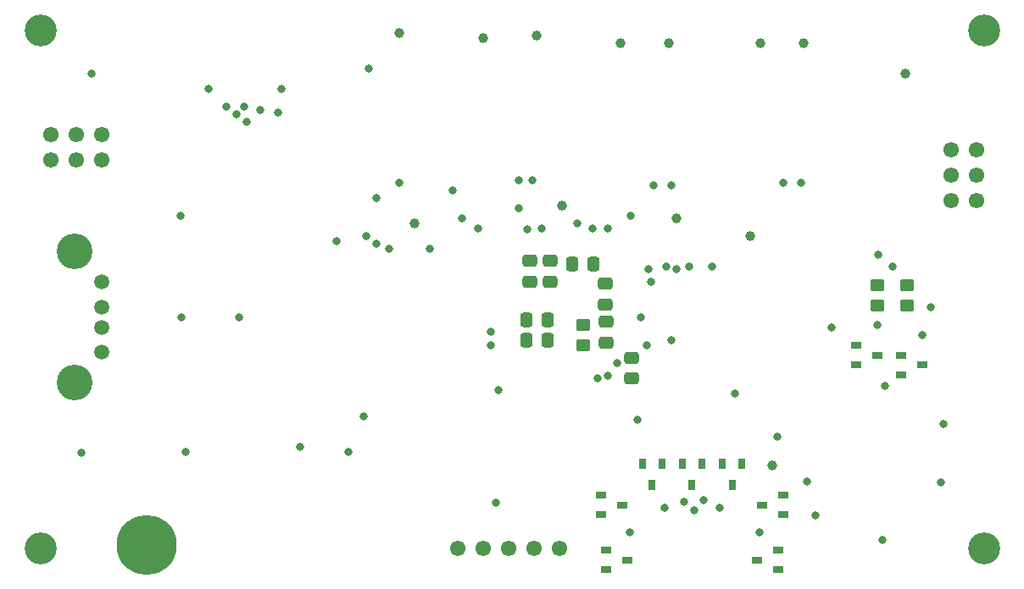
<source format=gbs>
G04 #@! TF.GenerationSoftware,KiCad,Pcbnew,8.0.8*
G04 #@! TF.CreationDate,2025-03-18T19:08:41-04:00*
G04 #@! TF.ProjectId,477,3437372e-6b69-4636-9164-5f7063625858,rev?*
G04 #@! TF.SameCoordinates,Original*
G04 #@! TF.FileFunction,Soldermask,Bot*
G04 #@! TF.FilePolarity,Negative*
%FSLAX46Y46*%
G04 Gerber Fmt 4.6, Leading zero omitted, Abs format (unit mm)*
G04 Created by KiCad (PCBNEW 8.0.8) date 2025-03-18 19:08:41*
%MOMM*%
%LPD*%
G01*
G04 APERTURE LIST*
G04 Aperture macros list*
%AMRoundRect*
0 Rectangle with rounded corners*
0 $1 Rounding radius*
0 $2 $3 $4 $5 $6 $7 $8 $9 X,Y pos of 4 corners*
0 Add a 4 corners polygon primitive as box body*
4,1,4,$2,$3,$4,$5,$6,$7,$8,$9,$2,$3,0*
0 Add four circle primitives for the rounded corners*
1,1,$1+$1,$2,$3*
1,1,$1+$1,$4,$5*
1,1,$1+$1,$6,$7*
1,1,$1+$1,$8,$9*
0 Add four rect primitives between the rounded corners*
20,1,$1+$1,$2,$3,$4,$5,0*
20,1,$1+$1,$4,$5,$6,$7,0*
20,1,$1+$1,$6,$7,$8,$9,0*
20,1,$1+$1,$8,$9,$2,$3,0*%
G04 Aperture macros list end*
%ADD10C,1.000000*%
%ADD11C,3.200000*%
%ADD12C,1.550000*%
%ADD13C,1.500000*%
%ADD14C,3.570000*%
%ADD15RoundRect,0.250000X0.337500X0.475000X-0.337500X0.475000X-0.337500X-0.475000X0.337500X-0.475000X0*%
%ADD16R,1.100000X0.650000*%
%ADD17RoundRect,0.250000X0.450000X-0.350000X0.450000X0.350000X-0.450000X0.350000X-0.450000X-0.350000X0*%
%ADD18RoundRect,0.250000X-0.475000X0.337500X-0.475000X-0.337500X0.475000X-0.337500X0.475000X0.337500X0*%
%ADD19RoundRect,0.250000X-0.337500X-0.475000X0.337500X-0.475000X0.337500X0.475000X-0.337500X0.475000X0*%
%ADD20R,0.650000X1.100000*%
%ADD21RoundRect,0.250000X0.475000X-0.337500X0.475000X0.337500X-0.475000X0.337500X-0.475000X-0.337500X0*%
%ADD22C,0.800000*%
%ADD23C,6.000000*%
G04 APERTURE END LIST*
D10*
X165608000Y-80772000D03*
X133604000Y-80264000D03*
D11*
X183642000Y-79502000D03*
D10*
X138938000Y-80010000D03*
D11*
X183642000Y-131318000D03*
D10*
X126746000Y-98806000D03*
X152146000Y-80772000D03*
X141478000Y-97028000D03*
X160274000Y-100076000D03*
D11*
X89408000Y-79502000D03*
D10*
X161290000Y-80772000D03*
D11*
X89408000Y-131318000D03*
D10*
X162500000Y-123000000D03*
D12*
X131064000Y-131318000D03*
X133604000Y-131318000D03*
X136144000Y-131318000D03*
X138684000Y-131318000D03*
X141224000Y-131318000D03*
D10*
X152908000Y-98298000D03*
X147320000Y-80772000D03*
X175768000Y-83820000D03*
D13*
X95490000Y-104700000D03*
X95490000Y-107200000D03*
X95490000Y-109200000D03*
X95490000Y-111700000D03*
D14*
X92780000Y-101630000D03*
X92780000Y-114770000D03*
D12*
X182880000Y-96534000D03*
X180340000Y-96534000D03*
X182880000Y-93994000D03*
X180340000Y-93994000D03*
X182880000Y-91454000D03*
X180340000Y-91454000D03*
D10*
X125222000Y-79756000D03*
D12*
X90424000Y-92456000D03*
X90424000Y-89916000D03*
X92964000Y-92456000D03*
X92964000Y-89916000D03*
X95504000Y-92456000D03*
X95504000Y-89916000D03*
D15*
X144634500Y-102870000D03*
X142559500Y-102870000D03*
D16*
X145900000Y-133460000D03*
X145900000Y-131540000D03*
X148000000Y-132500000D03*
X163100000Y-131540000D03*
X163100000Y-133460000D03*
X161000000Y-132500000D03*
D17*
X176000000Y-107000000D03*
X176000000Y-105000000D03*
D18*
X145796000Y-104880500D03*
X145796000Y-106955500D03*
X148411000Y-112260000D03*
X148411000Y-114335000D03*
D16*
X163600000Y-126040000D03*
X163600000Y-127960000D03*
X161500000Y-127000000D03*
X175400000Y-113960000D03*
X175400000Y-112040000D03*
X177500000Y-113000000D03*
D19*
X137987500Y-110490000D03*
X140062500Y-110490000D03*
X137987500Y-108458000D03*
X140062500Y-108458000D03*
D17*
X173000000Y-107000000D03*
X173000000Y-105000000D03*
D20*
X157540000Y-122900000D03*
X159460000Y-122900000D03*
X158500000Y-125000000D03*
D21*
X145868500Y-110744000D03*
X145868500Y-108669000D03*
D20*
X149540000Y-122900000D03*
X151460000Y-122900000D03*
X150500000Y-125000000D03*
X153540000Y-122900000D03*
X155460000Y-122900000D03*
X154500000Y-125000000D03*
D18*
X138263000Y-102594500D03*
X138263000Y-104669500D03*
D16*
X170900000Y-112960000D03*
X170900000Y-111040000D03*
X173000000Y-112000000D03*
D17*
X143597000Y-110982000D03*
X143597000Y-108982000D03*
D16*
X145400000Y-127960000D03*
X145400000Y-126040000D03*
X147500000Y-127000000D03*
D18*
X140295000Y-102594500D03*
X140295000Y-104669500D03*
D22*
X134366000Y-110998000D03*
X125222000Y-94742000D03*
X133096000Y-99314000D03*
X179578000Y-118872000D03*
X152400000Y-95033000D03*
X150363347Y-104643347D03*
X94488000Y-83820000D03*
X138557000Y-94488000D03*
X106220000Y-85344000D03*
X166000000Y-124678000D03*
X138049000Y-99441000D03*
X149031771Y-118468229D03*
X103378000Y-98044000D03*
X152400000Y-110490000D03*
X103886000Y-121666000D03*
X178308000Y-107188000D03*
X158750000Y-115824000D03*
D23*
X100000000Y-131000000D03*
D22*
X119000000Y-100575001D03*
X103500000Y-108200000D03*
X166862000Y-128000000D03*
X120142000Y-121666000D03*
X146087000Y-114046000D03*
X179324000Y-124714000D03*
X165354000Y-94742000D03*
X113506000Y-85344000D03*
X146050000Y-99314000D03*
X115316000Y-121158000D03*
X93472000Y-121739052D03*
X173736000Y-115062000D03*
X173500000Y-130500000D03*
X163000000Y-120178000D03*
X130556000Y-95504000D03*
X128270000Y-101346000D03*
X124206000Y-101346000D03*
X122174000Y-83312000D03*
X143011000Y-98806000D03*
X109240000Y-108204000D03*
X134874000Y-126746000D03*
X113157000Y-87757000D03*
X109982000Y-88646000D03*
X145029347Y-114304653D03*
X144586000Y-99314000D03*
X135128000Y-115500000D03*
X147000000Y-112765000D03*
X150000000Y-111000000D03*
X121666000Y-118110000D03*
X131500000Y-98350000D03*
X150114000Y-103378000D03*
X122936000Y-96266000D03*
X139446000Y-99314000D03*
X134366000Y-109644500D03*
X122936000Y-100838000D03*
X121920000Y-100076000D03*
X108966000Y-87884000D03*
X111379000Y-87503000D03*
X107950000Y-87122000D03*
X109728000Y-87122000D03*
X137160000Y-97277347D03*
X137160000Y-94488000D03*
X148336000Y-98044000D03*
X173000000Y-109000000D03*
X177500000Y-109974000D03*
X161250000Y-129750000D03*
X168402000Y-109220000D03*
X154178000Y-103124000D03*
X151892000Y-103124000D03*
X150622000Y-94996000D03*
X152908000Y-103378000D03*
X163576000Y-94742000D03*
X156464000Y-103124000D03*
X149352000Y-108204000D03*
X155686000Y-126500000D03*
X153686000Y-126686000D03*
X151750000Y-127250000D03*
X148250000Y-129750000D03*
X154686000Y-127500000D03*
X157250000Y-127250000D03*
X174498000Y-103124000D03*
X173078306Y-101949000D03*
M02*

</source>
